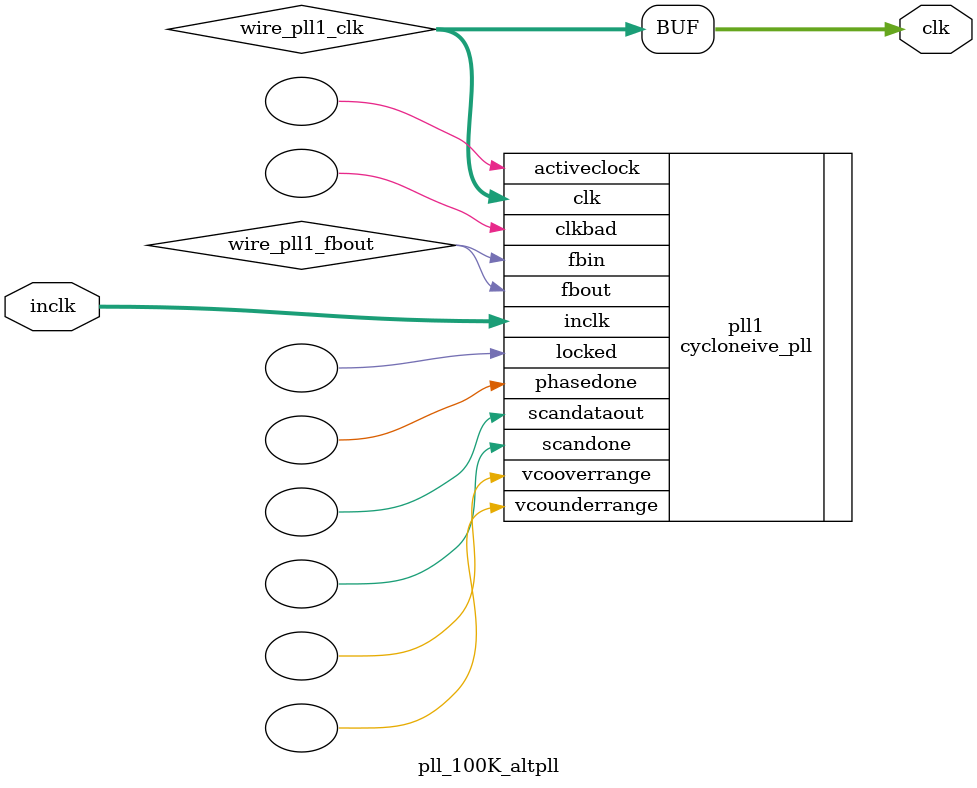
<source format=v>






//synthesis_resources = cycloneive_pll 1 
//synopsys translate_off
`timescale 1 ps / 1 ps
//synopsys translate_on
module  pll_100K_altpll
	( 
	clk,
	inclk) /* synthesis synthesis_clearbox=1 */;
	output   [4:0]  clk;
	input   [1:0]  inclk;
`ifndef ALTERA_RESERVED_QIS
// synopsys translate_off
`endif
	tri0   [1:0]  inclk;
`ifndef ALTERA_RESERVED_QIS
// synopsys translate_on
`endif

	wire  [4:0]   wire_pll1_clk;
	wire  wire_pll1_fbout;

	cycloneive_pll   pll1
	( 
	.activeclock(),
	.clk(wire_pll1_clk),
	.clkbad(),
	.fbin(wire_pll1_fbout),
	.fbout(wire_pll1_fbout),
	.inclk(inclk),
	.locked(),
	.phasedone(),
	.scandataout(),
	.scandone(),
	.vcooverrange(),
	.vcounderrange()
	`ifndef FORMAL_VERIFICATION
	// synopsys translate_off
	`endif
	,
	.areset(1'b0),
	.clkswitch(1'b0),
	.configupdate(1'b0),
	.pfdena(1'b1),
	.phasecounterselect({3{1'b0}}),
	.phasestep(1'b0),
	.phaseupdown(1'b0),
	.scanclk(1'b0),
	.scanclkena(1'b1),
	.scandata(1'b0)
	`ifndef FORMAL_VERIFICATION
	// synopsys translate_on
	`endif
	);
	defparam
		pll1.bandwidth_type = "auto",
		pll1.clk0_divide_by = 500,
		pll1.clk0_duty_cycle = 50,
		pll1.clk0_multiply_by = 1,
		pll1.clk0_phase_shift = "0",
		pll1.compensate_clock = "clk0",
		pll1.inclk0_input_frequency = 20000,
		pll1.operation_mode = "normal",
		pll1.pll_type = "auto",
		pll1.lpm_type = "cycloneive_pll";
	assign
		clk = {wire_pll1_clk[4:0]};
endmodule //pll_100K_altpll
//VALID FILE

</source>
